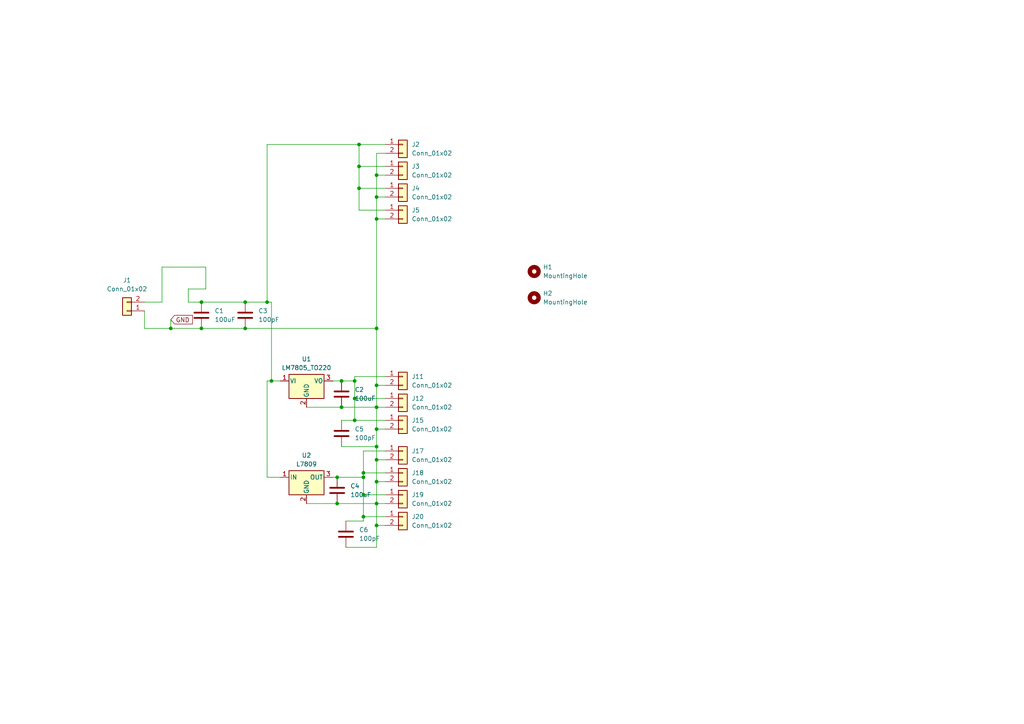
<source format=kicad_sch>
(kicad_sch (version 20250114) (generator "eeschema") (generator_version "9.0")
  (paper "A4")
  (lib_symbols
    (symbol "Connector_Generic:Conn_01x02" (pin_names (offset 1.016) (hide yes))
      (property "Reference" "J" (at 0 2.54 0))
      (property "Value" "Conn_01x02" (at 0 -5.08 0))
      (symbol "Conn_01x02_1_1"
        (rectangle (start -1.27 1.27) (end 1.27 -3.81) (stroke (width 0.254)) (fill (type background)))
        (rectangle (start -1.27 0.127) (end 0 -0.127) (stroke (width 0.1524)))
        (rectangle (start -1.27 -2.413) (end 0 -2.667) (stroke (width 0.1524)))
        (pin passive line (at -5.08 0 0) (length 3.81) (name "Pin_1") (number "1"))
        (pin passive line (at -5.08 -2.54 0) (length 3.81) (name "Pin_2") (number "2"))
      )
    )
    (symbol "Device:C" (pin_numbers (hide yes)) (pin_names (offset 0.254))
      (property "Reference" "C" (at 0.635 2.54 0))
      (property "Value" "C" (at 0.635 -2.54 0))
      (symbol "C_0_1"
        (polyline (pts (xy -2.032 0.762) (xy 2.032 0.762)) (stroke (width 0.508)))
        (polyline (pts (xy -2.032 -0.762) (xy 2.032 -0.762)) (stroke (width 0.508)))
      )
      (symbol "C_1_1"
        (pin passive line (at 0 3.81 270) (length 2.794) (name "~") (number "1"))
        (pin passive line (at 0 -3.81 90) (length 2.794) (name "~") (number "2"))
      )
    )
    (symbol "Mechanical:MountingHole" (pin_names (offset 1.016)) (in_bom no)
      (property "Reference" "H" (at 0 5.08 0))
      (property "Value" "MountingHole" (at 0 3.175 0))
      (symbol "MountingHole_0_1"
        (circle (center 0 0) (radius 1.27) (stroke (width 1.27)))
      )
    )
    (symbol "Regulator_Linear:L7809" (pin_names (offset 0.254))
      (property "Reference" "U" (at -3.81 3.175 0))
      (property "Value" "L7809" (at 0 3.175 0))
      (symbol "L7809_0_1"
        (rectangle (start -5.08 1.905) (end 5.08 -5.08) (stroke (width 0.254)) (fill (type background)))
      )
      (symbol "L7809_1_1"
        (pin power_in line (at -7.62 0 0) (length 2.54) (name "IN") (number "1"))
        (pin power_in line (at 0 -7.62 90) (length 2.54) (name "GND") (number "2"))
        (pin power_out line (at 7.62 0 180) (length 2.54) (name "OUT") (number "3"))
      )
    )
    (symbol "Regulator_Linear:LM7805_TO220" (pin_names (offset 0.254))
      (property "Reference" "U" (at -3.81 3.175 0))
      (property "Value" "LM7805_TO220" (at 0 3.175 0))
      (symbol "LM7805_TO220_0_1"
        (rectangle (start -5.08 1.905) (end 5.08 -5.08) (stroke (width 0.254)) (fill (type background)))
      )
      (symbol "LM7805_TO220_1_1"
        (pin power_in line (at -7.62 0 0) (length 2.54) (name "VI") (number "1"))
        (pin power_in line (at 0 -7.62 90) (length 2.54) (name "GND") (number "2"))
        (pin power_out line (at 7.62 0 180) (length 2.54) (name "VO") (number "3"))
      )
    )
  )
  (junction (at 99.06 110.49))
  (junction (at 109.22 133.35))
  (junction (at 99.06 118.11))
  (junction (at 71.12 95.25))
  (junction (at 105.41 143.51))
  (junction (at 49.53 95.25))
  (junction (at 109.22 57.15))
  (junction (at 71.12 87.63))
  (junction (at 105.41 149.86))
  (junction (at 58.42 95.25))
  (junction (at 78.74 110.49))
  (junction (at 104.14 41.91))
  (junction (at 102.87 121.92))
  (junction (at 109.22 95.25))
  (junction (at 109.22 152.4))
  (junction (at 102.87 110.49))
  (junction (at 105.41 137.16))
  (junction (at 97.79 138.43))
  (junction (at 109.22 124.46))
  (junction (at 109.22 118.11))
  (junction (at 109.22 50.8))
  (junction (at 109.22 111.76))
  (junction (at 105.41 138.43))
  (junction (at 104.14 54.61))
  (junction (at 58.42 87.63))
  (junction (at 109.22 63.5))
  (junction (at 104.14 48.26))
  (junction (at 102.87 115.57))
  (junction (at 109.22 146.05))
  (junction (at 77.47 87.63))
  (junction (at 109.22 129.54))
  (junction (at 109.22 139.7))
  (junction (at 97.79 146.05))
  (wire (pts (xy 105.41 143.51) (xy 105.41 138.43)))
  (wire (pts (xy 102.87 121.92) (xy 102.87 115.57)))
  (wire (pts (xy 105.41 151.13) (xy 105.41 149.86)))
  (wire (pts (xy 109.22 152.4) (xy 109.22 146.05)))
  (wire (pts (xy 109.22 146.05) (xy 111.76 146.05)))
  (wire (pts (xy 111.76 60.96) (xy 104.14 60.96)))
  (wire (pts (xy 105.41 137.16) (xy 111.76 137.16)))
  (wire (pts (xy 49.53 95.25) (xy 41.91 95.25)))
  (wire (pts (xy 105.41 130.81) (xy 111.76 130.81)))
  (wire (pts (xy 59.69 77.47) (xy 59.69 83.82)))
  (wire (pts (xy 77.47 110.49) (xy 78.74 110.49)))
  (wire (pts (xy 109.22 133.35) (xy 109.22 139.7)))
  (wire (pts (xy 71.12 87.63) (xy 77.47 87.63)))
  (wire (pts (xy 102.87 110.49) (xy 99.06 110.49)))
  (wire (pts (xy 77.47 110.49) (xy 77.47 138.43)))
  (wire (pts (xy 54.61 87.63) (xy 58.42 87.63)))
  (wire (pts (xy 88.9 146.05) (xy 97.79 146.05)))
  (wire (pts (xy 111.76 54.61) (xy 104.14 54.61)))
  (wire (pts (xy 111.76 111.76) (xy 109.22 111.76)))
  (wire (pts (xy 109.22 63.5) (xy 109.22 95.25)))
  (wire (pts (xy 111.76 124.46) (xy 109.22 124.46)))
  (wire (pts (xy 99.06 110.49) (xy 96.52 110.49)))
  (wire (pts (xy 105.41 138.43) (xy 105.41 137.16)))
  (wire (pts (xy 58.42 87.63) (xy 71.12 87.63)))
  (wire (pts (xy 109.22 44.45) (xy 109.22 50.8)))
  (wire (pts (xy 111.76 57.15) (xy 109.22 57.15)))
  (wire (pts (xy 99.06 121.92) (xy 102.87 121.92)))
  (wire (pts (xy 58.42 95.25) (xy 71.12 95.25)))
  (wire (pts (xy 54.61 83.82) (xy 54.61 87.63)))
  (wire (pts (xy 109.22 124.46) (xy 109.22 129.54)))
  (wire (pts (xy 78.74 87.63) (xy 78.74 110.49)))
  (wire (pts (xy 77.47 138.43) (xy 81.28 138.43)))
  (wire (pts (xy 102.87 109.22) (xy 111.76 109.22)))
  (wire (pts (xy 109.22 158.75) (xy 109.22 152.4)))
  (wire (pts (xy 46.99 77.47) (xy 59.69 77.47)))
  (wire (pts (xy 111.76 50.8) (xy 109.22 50.8)))
  (wire (pts (xy 109.22 118.11) (xy 111.76 118.11)))
  (wire (pts (xy 109.22 129.54) (xy 109.22 133.35)))
  (wire (pts (xy 97.79 138.43) (xy 105.41 138.43)))
  (wire (pts (xy 102.87 115.57) (xy 102.87 110.49)))
  (wire (pts (xy 102.87 109.22) (xy 102.87 110.49)))
  (wire (pts (xy 99.06 118.11) (xy 109.22 118.11)))
  (wire (pts (xy 58.42 95.25) (xy 49.53 95.25)))
  (wire (pts (xy 71.12 95.25) (xy 109.22 95.25)))
  (wire (pts (xy 111.76 143.51) (xy 105.41 143.51)))
  (wire (pts (xy 46.99 77.47) (xy 46.99 87.63)))
  (wire (pts (xy 78.74 87.63) (xy 77.47 87.63)))
  (wire (pts (xy 100.33 158.75) (xy 109.22 158.75)))
  (wire (pts (xy 109.22 124.46) (xy 109.22 118.11)))
  (wire (pts (xy 109.22 57.15) (xy 109.22 63.5)))
  (wire (pts (xy 41.91 95.25) (xy 41.91 90.17)))
  (wire (pts (xy 111.76 152.4) (xy 109.22 152.4)))
  (wire (pts (xy 109.22 63.5) (xy 111.76 63.5)))
  (wire (pts (xy 109.22 139.7) (xy 109.22 146.05)))
  (wire (pts (xy 59.69 83.82) (xy 54.61 83.82)))
  (wire (pts (xy 41.91 87.63) (xy 46.99 87.63)))
  (wire (pts (xy 105.41 149.86) (xy 105.41 143.51)))
  (wire (pts (xy 111.76 139.7) (xy 109.22 139.7)))
  (wire (pts (xy 104.14 48.26) (xy 104.14 41.91)))
  (wire (pts (xy 49.53 92.71) (xy 49.53 95.25)))
  (wire (pts (xy 109.22 50.8) (xy 109.22 57.15)))
  (wire (pts (xy 111.76 149.86) (xy 105.41 149.86)))
  (wire (pts (xy 104.14 54.61) (xy 104.14 48.26)))
  (wire (pts (xy 109.22 111.76) (xy 109.22 118.11)))
  (wire (pts (xy 111.76 121.92) (xy 102.87 121.92)))
  (wire (pts (xy 78.74 110.49) (xy 81.28 110.49)))
  (wire (pts (xy 111.76 48.26) (xy 104.14 48.26)))
  (wire (pts (xy 96.52 138.43) (xy 97.79 138.43)))
  (wire (pts (xy 97.79 146.05) (xy 109.22 146.05)))
  (wire (pts (xy 104.14 60.96) (xy 104.14 54.61)))
  (wire (pts (xy 88.9 118.11) (xy 99.06 118.11)))
  (wire (pts (xy 77.47 41.91) (xy 77.47 87.63)))
  (wire (pts (xy 99.06 129.54) (xy 109.22 129.54)))
  (wire (pts (xy 111.76 133.35) (xy 109.22 133.35)))
  (wire (pts (xy 105.41 137.16) (xy 105.41 130.81)))
  (wire (pts (xy 111.76 115.57) (xy 102.87 115.57)))
  (wire (pts (xy 77.47 41.91) (xy 104.14 41.91)))
  (wire (pts (xy 109.22 95.25) (xy 109.22 111.76)))
  (wire (pts (xy 111.76 44.45) (xy 109.22 44.45)))
  (wire (pts (xy 100.33 151.13) (xy 105.41 151.13)))
  (wire (pts (xy 104.14 41.91) (xy 111.76 41.91)))
  (global_label "GND" (shape input) (at 49.53 92.71 0) (property "Intersheetrefs" "${INTERSHEET_REFS}" (effects (hide yes))))
  (symbol (lib_id "Connector_Generic:Conn_01x02") (at 116.84 137.16 0) (unit 1)
    (property "Reference" "J18" (at 119.38 137.1599 0) (effects (justify left)))
    (property "Value" "Conn_01x02" (at 119.38 139.6999 0) (effects (justify left)))
    (property "Footprint" "Connector_PinHeader_2.54mm:PinHeader_1x02_P2.54mm_Vertical" (effects (hide yes)))
    (property "Description" "Generic connector, single row, 01x02, script generated (kicad-library-utils/schlib/autogen/connector/)" (effects (hide yes)))
  )
  (symbol (lib_id "Regulator_Linear:LM7805_TO220") (at 88.9 110.49 0) (unit 1)
    (property "Reference" "U1" (at 88.9 104.14 0))
    (property "Value" "LM7805_TO220" (at 88.9 106.68 0))
    (property "Footprint" "Package_TO_SOT_THT:TO-220-3_Vertical" (effects (hide yes)))
    (property "Datasheet" "https://www.onsemi.cn/PowerSolutions/document/MC7800-D.PDF" (effects (hide yes)))
    (property "Description" "Positive 1A 35V Linear Regulator, Fixed Output 5V, TO-220" (effects (hide yes)))
  )
  (symbol (lib_id "Connector_Generic:Conn_01x02") (at 116.84 143.51 0) (unit 1)
    (property "Reference" "J19" (at 119.38 143.5099 0) (effects (justify left)))
    (property "Value" "Conn_01x02" (at 119.38 146.0499 0) (effects (justify left)))
    (property "Footprint" "Connector_PinHeader_2.54mm:PinHeader_1x02_P2.54mm_Vertical" (effects (hide yes)))
    (property "Description" "Generic connector, single row, 01x02, script generated (kicad-library-utils/schlib/autogen/connector/)" (effects (hide yes)))
  )
  (symbol (lib_id "Connector_Generic:Conn_01x02") (at 116.84 121.92 0) (unit 1)
    (property "Reference" "J15" (at 119.38 121.9199 0) (effects (justify left)))
    (property "Value" "Conn_01x02" (at 119.38 124.4599 0) (effects (justify left)))
    (property "Footprint" "Connector_PinHeader_2.54mm:PinHeader_1x02_P2.54mm_Vertical" (effects (hide yes)))
    (property "Description" "Generic connector, single row, 01x02, script generated (kicad-library-utils/schlib/autogen/connector/)" (effects (hide yes)))
  )
  (symbol (lib_id "Connector_Generic:Conn_01x02") (at 116.84 41.91 0) (unit 1)
    (property "Reference" "J2" (at 119.38 41.9099 0) (effects (justify left)))
    (property "Value" "Conn_01x02" (at 119.38 44.4499 0) (effects (justify left)))
    (property "Footprint" "Connector_PinHeader_2.54mm:PinHeader_1x02_P2.54mm_Vertical" (effects (hide yes)))
    (property "Description" "Generic connector, single row, 01x02, script generated (kicad-library-utils/schlib/autogen/connector/)" (effects (hide yes)))
  )
  (symbol (lib_id "Device:C") (at 71.12 91.44 0) (unit 1)
    (property "Reference" "C3" (at 74.93 90.1699 0) (effects (justify left)))
    (property "Value" "100pF" (at 74.93 92.7099 0) (effects (justify left)))
    (property "Description" "Unpolarized capacitor" (effects (hide yes)))
  )
  (symbol (lib_id "Device:C") (at 99.06 125.73 0) (unit 1)
    (property "Reference" "C5" (at 102.87 124.4599 0) (effects (justify left)))
    (property "Value" "100pF" (at 102.87 126.9999 0) (effects (justify left)))
    (property "Description" "Unpolarized capacitor" (effects (hide yes)))
  )
  (symbol (lib_id "Connector_Generic:Conn_01x02") (at 116.84 130.81 0) (unit 1)
    (property "Reference" "J17" (at 119.38 130.8099 0) (effects (justify left)))
    (property "Value" "Conn_01x02" (at 119.38 133.3499 0) (effects (justify left)))
    (property "Footprint" "Connector_PinHeader_2.54mm:PinHeader_1x02_P2.54mm_Vertical" (effects (hide yes)))
    (property "Description" "Generic connector, single row, 01x02, script generated (kicad-library-utils/schlib/autogen/connector/)" (effects (hide yes)))
  )
  (symbol (lib_id "Regulator_Linear:L7809") (at 88.9 138.43 0) (unit 1)
    (property "Reference" "U2" (at 88.9 132.08 0))
    (property "Value" "L7809" (at 88.9 134.62 0))
    (property "Footprint" "Package_TO_SOT_THT:TO-220-3_Vertical" (effects (hide yes)))
    (property "Datasheet" "http://www.st.com/content/ccc/resource/technical/document/datasheet/41/4f/b3/b0/12/d4/47/88/CD00000444.pdf/files/CD00000444.pdf/jcr:content/translations/en.CD00000444.pdf" (effects (hide yes)))
    (property "Description" "Positive 1.5A 35V Linear Regulator, Fixed Output 9V, TO-220/TO-263/TO-252" (effects (hide yes)))
  )
  (symbol (lib_id "Connector_Generic:Conn_01x02") (at 36.83 90.17 180) (unit 1)
    (property "Reference" "J1" (at 36.83 81.28 0))
    (property "Value" "Conn_01x02" (at 36.83 83.82 0))
    (property "Footprint" "ENPH22:Untitled" (effects (hide yes)))
    (property "Description" "Generic connector, single row, 01x02, script generated (kicad-library-utils/schlib/autogen/connector/)" (effects (hide yes)))
  )
  (symbol (lib_id "Device:C") (at 100.33 154.94 0) (unit 1)
    (property "Reference" "C6" (at 104.14 153.6699 0) (effects (justify left)))
    (property "Value" "100pF" (at 104.14 156.2099 0) (effects (justify left)))
    (property "Description" "Unpolarized capacitor" (effects (hide yes)))
  )
  (symbol (lib_id "Connector_Generic:Conn_01x02") (at 116.84 109.22 0) (unit 1)
    (property "Reference" "J11" (at 119.38 109.2199 0) (effects (justify left)))
    (property "Value" "Conn_01x02" (at 119.38 111.7599 0) (effects (justify left)))
    (property "Footprint" "Connector_PinHeader_2.54mm:PinHeader_1x02_P2.54mm_Vertical" (effects (hide yes)))
    (property "Description" "Generic connector, single row, 01x02, script generated (kicad-library-utils/schlib/autogen/connector/)" (effects (hide yes)))
  )
  (symbol (lib_id "Device:C") (at 99.06 114.3 0) (unit 1)
    (property "Reference" "C2" (at 102.87 113.0299 0) (effects (justify left)))
    (property "Value" "100uF" (at 102.87 115.5699 0) (effects (justify left)))
    (property "Description" "Unpolarized capacitor" (effects (hide yes)))
  )
  (symbol (lib_id "Mechanical:MountingHole") (at 154.94 86.36 0) (unit 1) (in_bom no)
    (property "Reference" "H2" (at 157.48 85.0899 0) (effects (justify left)))
    (property "Value" "MountingHole" (at 157.48 87.6299 0) (effects (justify left)))
    (property "Footprint" "MountingHole:MountingHole_3.2mm_M3" (effects (hide yes)))
    (property "Description" "Mounting Hole without connection" (effects (hide yes)))
  )
  (symbol (lib_id "Connector_Generic:Conn_01x02") (at 116.84 48.26 0) (unit 1)
    (property "Reference" "J3" (at 119.38 48.2599 0) (effects (justify left)))
    (property "Value" "Conn_01x02" (at 119.38 50.7999 0) (effects (justify left)))
    (property "Footprint" "Connector_PinHeader_2.54mm:PinHeader_1x02_P2.54mm_Vertical" (effects (hide yes)))
    (property "Description" "Generic connector, single row, 01x02, script generated (kicad-library-utils/schlib/autogen/connector/)" (effects (hide yes)))
  )
  (symbol (lib_id "Device:C") (at 97.79 142.24 0) (unit 1)
    (property "Reference" "C4" (at 101.6 140.9699 0) (effects (justify left)))
    (property "Value" "100uF" (at 101.6 143.5099 0) (effects (justify left)))
    (property "Description" "Unpolarized capacitor" (effects (hide yes)))
  )
  (symbol (lib_id "Connector_Generic:Conn_01x02") (at 116.84 149.86 0) (unit 1)
    (property "Reference" "J20" (at 119.38 149.8599 0) (effects (justify left)))
    (property "Value" "Conn_01x02" (at 119.38 152.3999 0) (effects (justify left)))
    (property "Footprint" "Connector_PinHeader_2.54mm:PinHeader_1x02_P2.54mm_Vertical" (effects (hide yes)))
    (property "Description" "Generic connector, single row, 01x02, script generated (kicad-library-utils/schlib/autogen/connector/)" (effects (hide yes)))
  )
  (symbol (lib_id "Mechanical:MountingHole") (at 154.94 78.74 0) (unit 1) (in_bom no)
    (property "Reference" "H1" (at 157.48 77.4699 0) (effects (justify left)))
    (property "Value" "MountingHole" (at 157.48 80.0099 0) (effects (justify left)))
    (property "Footprint" "MountingHole:MountingHole_3.2mm_M3" (effects (hide yes)))
    (property "Description" "Mounting Hole without connection" (effects (hide yes)))
  )
  (symbol (lib_id "Connector_Generic:Conn_01x02") (at 116.84 54.61 0) (unit 1)
    (property "Reference" "J4" (at 119.38 54.6099 0) (effects (justify left)))
    (property "Value" "Conn_01x02" (at 119.38 57.1499 0) (effects (justify left)))
    (property "Footprint" "Connector_PinHeader_2.54mm:PinHeader_1x02_P2.54mm_Vertical" (effects (hide yes)))
    (property "Description" "Generic connector, single row, 01x02, script generated (kicad-library-utils/schlib/autogen/connector/)" (effects (hide yes)))
  )
  (symbol (lib_id "Connector_Generic:Conn_01x02") (at 116.84 115.57 0) (unit 1)
    (property "Reference" "J12" (at 119.38 115.5699 0) (effects (justify left)))
    (property "Value" "Conn_01x02" (at 119.38 118.1099 0) (effects (justify left)))
    (property "Footprint" "Connector_PinHeader_2.54mm:PinHeader_1x02_P2.54mm_Vertical" (effects (hide yes)))
    (property "Description" "Generic connector, single row, 01x02, script generated (kicad-library-utils/schlib/autogen/connector/)" (effects (hide yes)))
  )
  (symbol (lib_id "Device:C") (at 58.42 91.44 0) (unit 1)
    (property "Reference" "C1" (at 62.23 90.1699 0) (effects (justify left)))
    (property "Value" "100uF" (at 62.23 92.7099 0) (effects (justify left)))
    (property "Description" "Unpolarized capacitor" (effects (hide yes)))
  )
  (symbol (lib_id "Connector_Generic:Conn_01x02") (at 116.84 60.96 0) (unit 1)
    (property "Reference" "J5" (at 119.38 60.9599 0) (effects (justify left)))
    (property "Value" "Conn_01x02" (at 119.38 63.4999 0) (effects (justify left)))
    (property "Footprint" "Connector_PinHeader_2.54mm:PinHeader_1x02_P2.54mm_Vertical" (effects (hide yes)))
    (property "Description" "Generic connector, single row, 01x02, script generated (kicad-library-utils/schlib/autogen/connector/)" (effects (hide yes)))
  )
)
</source>
